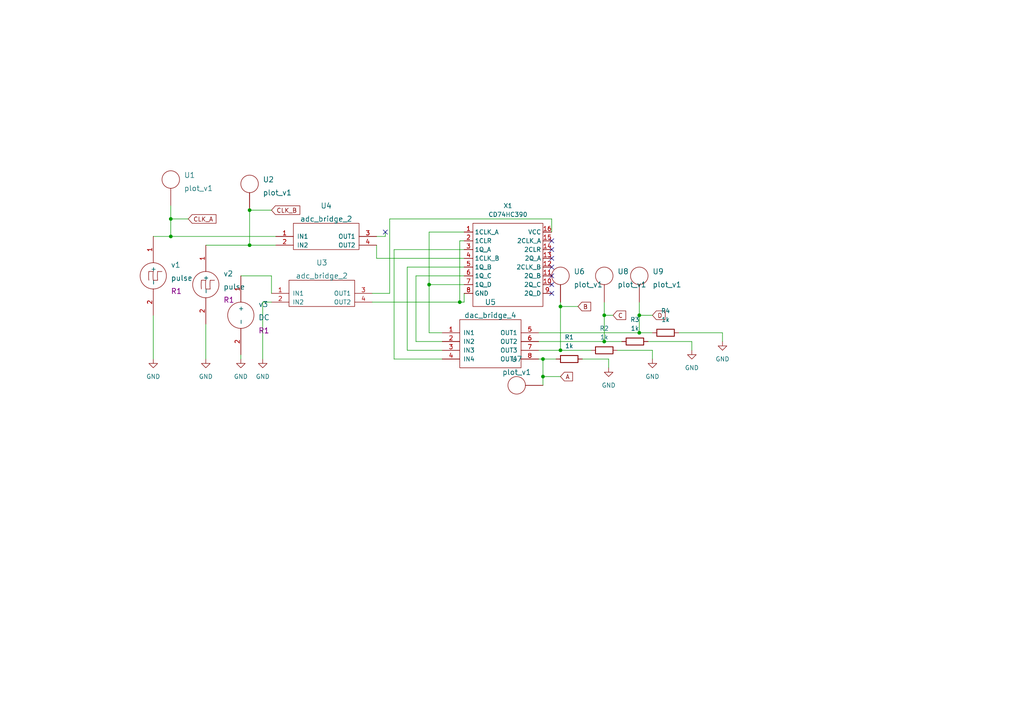
<source format=kicad_sch>
(kicad_sch (version 20211123) (generator eeschema)

  (uuid e37928ef-1683-41b0-b367-62835c326001)

  (paper "A4")

  (lib_symbols
    (symbol "eSim_Devices:resistor" (pin_numbers hide) (pin_names (offset 0)) (in_bom yes) (on_board yes)
      (property "Reference" "R" (id 0) (at 1.27 3.302 0)
        (effects (font (size 1.27 1.27)))
      )
      (property "Value" "resistor" (id 1) (at 1.27 -1.27 0)
        (effects (font (size 1.27 1.27)))
      )
      (property "Footprint" "" (id 2) (at 1.27 -0.508 0)
        (effects (font (size 0.762 0.762)))
      )
      (property "Datasheet" "" (id 3) (at 1.27 1.27 90)
        (effects (font (size 0.762 0.762)))
      )
      (property "ki_fp_filters" "R_* Resistor_*" (id 4) (at 0 0 0)
        (effects (font (size 1.27 1.27)) hide)
      )
      (symbol "resistor_0_1"
        (rectangle (start 3.81 0.254) (end -1.27 2.286)
          (stroke (width 0.254) (type default) (color 0 0 0 0))
          (fill (type none))
        )
      )
      (symbol "resistor_1_1"
        (pin passive line (at -2.54 1.27 0) (length 1.27)
          (name "~" (effects (font (size 1.524 1.524))))
          (number "1" (effects (font (size 1.524 1.524))))
        )
        (pin passive line (at 5.08 1.27 180) (length 1.27)
          (name "~" (effects (font (size 1.524 1.524))))
          (number "2" (effects (font (size 1.524 1.524))))
        )
      )
    )
    (symbol "eSim_Hybrid:adc_bridge_2" (pin_names (offset 1.016)) (in_bom yes) (on_board yes)
      (property "Reference" "U" (id 0) (at 0 0 0)
        (effects (font (size 1.524 1.524)))
      )
      (property "Value" "adc_bridge_2" (id 1) (at 0 3.81 0)
        (effects (font (size 1.524 1.524)))
      )
      (property "Footprint" "" (id 2) (at 0 0 0)
        (effects (font (size 1.524 1.524)))
      )
      (property "Datasheet" "" (id 3) (at 0 0 0)
        (effects (font (size 1.524 1.524)))
      )
      (symbol "adc_bridge_2_0_1"
        (rectangle (start -10.16 5.08) (end 8.89 -2.54)
          (stroke (width 0) (type default) (color 0 0 0 0))
          (fill (type none))
        )
      )
      (symbol "adc_bridge_2_1_1"
        (pin input line (at -15.24 1.27 0) (length 5.08)
          (name "IN1" (effects (font (size 1.27 1.27))))
          (number "1" (effects (font (size 1.27 1.27))))
        )
        (pin input line (at -15.24 -1.27 0) (length 5.08)
          (name "IN2" (effects (font (size 1.27 1.27))))
          (number "2" (effects (font (size 1.27 1.27))))
        )
        (pin output line (at 13.97 1.27 180) (length 5.08)
          (name "OUT1" (effects (font (size 1.27 1.27))))
          (number "3" (effects (font (size 1.27 1.27))))
        )
        (pin output line (at 13.97 -1.27 180) (length 5.08)
          (name "OUT2" (effects (font (size 1.27 1.27))))
          (number "4" (effects (font (size 1.27 1.27))))
        )
      )
    )
    (symbol "eSim_Hybrid:dac_bridge_4" (pin_names (offset 1.016)) (in_bom yes) (on_board yes)
      (property "Reference" "U" (id 0) (at 0 0 0)
        (effects (font (size 1.524 1.524)))
      )
      (property "Value" "dac_bridge_4" (id 1) (at 0 7.62 0)
        (effects (font (size 1.524 1.524)))
      )
      (property "Footprint" "" (id 2) (at 0 0 0)
        (effects (font (size 1.524 1.524)))
      )
      (property "Datasheet" "" (id 3) (at 0 0 0)
        (effects (font (size 1.524 1.524)))
      )
      (symbol "dac_bridge_4_0_1"
        (rectangle (start -8.89 8.89) (end 8.89 -5.08)
          (stroke (width 0) (type default) (color 0 0 0 0))
          (fill (type none))
        )
      )
      (symbol "dac_bridge_4_1_1"
        (pin input line (at -13.97 5.08 0) (length 5.08)
          (name "IN1" (effects (font (size 1.27 1.27))))
          (number "1" (effects (font (size 1.27 1.27))))
        )
        (pin input line (at -13.97 2.54 0) (length 5.08)
          (name "IN2" (effects (font (size 1.27 1.27))))
          (number "2" (effects (font (size 1.27 1.27))))
        )
        (pin input line (at -13.97 0 0) (length 5.08)
          (name "IN3" (effects (font (size 1.27 1.27))))
          (number "3" (effects (font (size 1.27 1.27))))
        )
        (pin input line (at -13.97 -2.54 0) (length 5.08)
          (name "IN4" (effects (font (size 1.27 1.27))))
          (number "4" (effects (font (size 1.27 1.27))))
        )
        (pin output line (at 13.97 5.08 180) (length 5.08)
          (name "OUT1" (effects (font (size 1.27 1.27))))
          (number "5" (effects (font (size 1.27 1.27))))
        )
        (pin output line (at 13.97 2.54 180) (length 5.08)
          (name "OUT2" (effects (font (size 1.27 1.27))))
          (number "6" (effects (font (size 1.27 1.27))))
        )
        (pin output line (at 13.97 0 180) (length 5.08)
          (name "OUT3" (effects (font (size 1.27 1.27))))
          (number "7" (effects (font (size 1.27 1.27))))
        )
        (pin output line (at 13.97 -2.54 180) (length 5.08)
          (name "OUT4" (effects (font (size 1.27 1.27))))
          (number "8" (effects (font (size 1.27 1.27))))
        )
      )
    )
    (symbol "eSim_Plot:plot_v1" (pin_names (offset 1.016)) (in_bom yes) (on_board yes)
      (property "Reference" "U" (id 0) (at 0 12.7 0)
        (effects (font (size 1.524 1.524)))
      )
      (property "Value" "plot_v1" (id 1) (at 5.08 8.89 0)
        (effects (font (size 1.524 1.524)))
      )
      (property "Footprint" "" (id 2) (at 0 0 0)
        (effects (font (size 1.524 1.524)))
      )
      (property "Datasheet" "" (id 3) (at 0 0 0)
        (effects (font (size 1.524 1.524)))
      )
      (symbol "plot_v1_0_1"
        (circle (center 0 12.7) (radius 2.54)
          (stroke (width 0) (type default) (color 0 0 0 0))
          (fill (type none))
        )
      )
      (symbol "plot_v1_1_1"
        (pin input line (at 0 5.08 90) (length 5.08)
          (name "~" (effects (font (size 1.27 1.27))))
          (number "~" (effects (font (size 1.27 1.27))))
        )
      )
    )
    (symbol "eSim_Power:eSim_GND" (power) (pin_names (offset 0)) (in_bom yes) (on_board yes)
      (property "Reference" "#PWR" (id 0) (at 0 -6.35 0)
        (effects (font (size 1.27 1.27)) hide)
      )
      (property "Value" "eSim_GND" (id 1) (at 0 -3.81 0)
        (effects (font (size 1.27 1.27)))
      )
      (property "Footprint" "" (id 2) (at 0 0 0)
        (effects (font (size 1.27 1.27)) hide)
      )
      (property "Datasheet" "" (id 3) (at 0 0 0)
        (effects (font (size 1.27 1.27)) hide)
      )
      (symbol "eSim_GND_0_1"
        (polyline
          (pts
            (xy 0 0)
            (xy 0 -1.27)
            (xy 1.27 -1.27)
            (xy 0 -2.54)
            (xy -1.27 -1.27)
            (xy 0 -1.27)
          )
          (stroke (width 0) (type default) (color 0 0 0 0))
          (fill (type none))
        )
      )
      (symbol "eSim_GND_1_1"
        (pin power_in line (at 0 0 270) (length 0) hide
          (name "GND" (effects (font (size 1.27 1.27))))
          (number "1" (effects (font (size 1.27 1.27))))
        )
      )
    )
    (symbol "eSim_Sources:DC" (pin_names (offset 1.016)) (in_bom yes) (on_board yes)
      (property "Reference" "v" (id 0) (at -5.08 2.54 0)
        (effects (font (size 1.524 1.524)))
      )
      (property "Value" "DC" (id 1) (at -5.08 -1.27 0)
        (effects (font (size 1.524 1.524)))
      )
      (property "Footprint" "R1" (id 2) (at -7.62 0 0)
        (effects (font (size 1.524 1.524)))
      )
      (property "Datasheet" "" (id 3) (at 0 0 0)
        (effects (font (size 1.524 1.524)))
      )
      (property "ki_fp_filters" "1_pin" (id 4) (at 0 0 0)
        (effects (font (size 1.27 1.27)) hide)
      )
      (symbol "DC_0_1"
        (circle (center 0 0) (radius 3.81)
          (stroke (width 0) (type default) (color 0 0 0 0))
          (fill (type none))
        )
      )
      (symbol "DC_1_1"
        (pin power_out line (at 0 11.43 270) (length 7.62)
          (name "+" (effects (font (size 1.27 1.27))))
          (number "1" (effects (font (size 1.27 1.27))))
        )
        (pin power_out line (at 0 -11.43 90) (length 7.62)
          (name "-" (effects (font (size 1.27 1.27))))
          (number "2" (effects (font (size 1.27 1.27))))
        )
      )
    )
    (symbol "eSim_Sources:pulse" (pin_names (offset 1.016)) (in_bom yes) (on_board yes)
      (property "Reference" "v" (id 0) (at -5.08 2.54 0)
        (effects (font (size 1.524 1.524)))
      )
      (property "Value" "pulse" (id 1) (at -5.08 -1.27 0)
        (effects (font (size 1.524 1.524)))
      )
      (property "Footprint" "R1" (id 2) (at -7.62 0 0)
        (effects (font (size 1.524 1.524)))
      )
      (property "Datasheet" "" (id 3) (at 0 0 0)
        (effects (font (size 1.524 1.524)))
      )
      (property "ki_fp_filters" "1_pin" (id 4) (at 0 0 0)
        (effects (font (size 1.27 1.27)) hide)
      )
      (symbol "pulse_0_1"
        (arc (start -1.27 1.27) (mid -1.3491 0) (end -1.27 -1.27)
          (stroke (width 0) (type default) (color 0 0 0 0))
          (fill (type none))
        )
        (arc (start 0 -1.27) (mid 0.635 -1.2876) (end 1.27 -1.27)
          (stroke (width 0) (type default) (color 0 0 0 0))
          (fill (type none))
        )
        (circle (center 0 0) (radius 3.81)
          (stroke (width 0) (type default) (color 0 0 0 0))
          (fill (type none))
        )
        (arc (start 0 1.27) (mid -0.635 1.2859) (end -1.27 1.27)
          (stroke (width 0) (type default) (color 0 0 0 0))
          (fill (type none))
        )
        (arc (start 0 1.27) (mid -0.0703 0) (end 0 -1.27)
          (stroke (width 0) (type default) (color 0 0 0 0))
          (fill (type none))
        )
        (arc (start 1.27 1.27) (mid 1.2124 0) (end 1.27 -1.27)
          (stroke (width 0) (type default) (color 0 0 0 0))
          (fill (type none))
        )
        (arc (start 1.27 1.27) (mid 1.905 1.2556) (end 2.54 1.27)
          (stroke (width 0) (type default) (color 0 0 0 0))
          (fill (type none))
        )
      )
      (symbol "pulse_1_1"
        (pin passive line (at 0 11.43 270) (length 7.62)
          (name "+" (effects (font (size 1.27 1.27))))
          (number "1" (effects (font (size 1.27 1.27))))
        )
        (pin passive line (at 0 -11.43 90) (length 7.62)
          (name "-" (effects (font (size 1.27 1.27))))
          (number "2" (effects (font (size 1.27 1.27))))
        )
      )
    )
    (symbol "eSim_Subckt:CD74HC390" (in_bom yes) (on_board yes)
      (property "Reference" "X" (id 0) (at 0 -15.24 0)
        (effects (font (size 1.27 1.27)))
      )
      (property "Value" "CD74HC390" (id 1) (at 0 13.97 0)
        (effects (font (size 1.27 1.27)))
      )
      (property "Footprint" "" (id 2) (at -5.08 0 0)
        (effects (font (size 1.27 1.27)) hide)
      )
      (property "Datasheet" "" (id 3) (at -5.08 0 0)
        (effects (font (size 1.27 1.27)) hide)
      )
      (symbol "CD74HC390_0_1"
        (rectangle (start -10.16 11.43) (end 10.16 -12.7)
          (stroke (width 0) (type default) (color 0 0 0 0))
          (fill (type none))
        )
      )
      (symbol "CD74HC390_1_1"
        (pin input line (at -12.7 8.89 0) (length 2.54)
          (name "1CLK_A" (effects (font (size 1.27 1.27))))
          (number "1" (effects (font (size 1.27 1.27))))
        )
        (pin output line (at 12.7 -6.35 180) (length 2.54)
          (name "2Q_C" (effects (font (size 1.27 1.27))))
          (number "10" (effects (font (size 1.27 1.27))))
        )
        (pin output line (at 12.7 -3.81 180) (length 2.54)
          (name "2Q_B" (effects (font (size 1.27 1.27))))
          (number "11" (effects (font (size 1.27 1.27))))
        )
        (pin input line (at 12.7 -1.27 180) (length 2.54)
          (name "2CLK_B" (effects (font (size 1.27 1.27))))
          (number "12" (effects (font (size 1.27 1.27))))
        )
        (pin output line (at 12.7 1.27 180) (length 2.54)
          (name "2Q_A" (effects (font (size 1.27 1.27))))
          (number "13" (effects (font (size 1.27 1.27))))
        )
        (pin input line (at 12.7 3.81 180) (length 2.54)
          (name "2CLR" (effects (font (size 1.27 1.27))))
          (number "14" (effects (font (size 1.27 1.27))))
        )
        (pin input line (at 12.7 6.35 180) (length 2.54)
          (name "2CLK_A" (effects (font (size 1.27 1.27))))
          (number "15" (effects (font (size 1.27 1.27))))
        )
        (pin input line (at 12.7 8.89 180) (length 2.54)
          (name "VCC" (effects (font (size 1.27 1.27))))
          (number "16" (effects (font (size 1.27 1.27))))
        )
        (pin input line (at -12.7 6.35 0) (length 2.54)
          (name "1CLR" (effects (font (size 1.27 1.27))))
          (number "2" (effects (font (size 1.27 1.27))))
        )
        (pin output line (at -12.7 3.81 0) (length 2.54)
          (name "1Q_A" (effects (font (size 1.27 1.27))))
          (number "3" (effects (font (size 1.27 1.27))))
        )
        (pin input line (at -12.7 1.27 0) (length 2.54)
          (name "1CLK_B" (effects (font (size 1.27 1.27))))
          (number "4" (effects (font (size 1.27 1.27))))
        )
        (pin output line (at -12.7 -1.27 0) (length 2.54)
          (name "1Q_B" (effects (font (size 1.27 1.27))))
          (number "5" (effects (font (size 1.27 1.27))))
        )
        (pin output line (at -12.7 -3.81 0) (length 2.54)
          (name "1Q_C" (effects (font (size 1.27 1.27))))
          (number "6" (effects (font (size 1.27 1.27))))
        )
        (pin output line (at -12.7 -6.35 0) (length 2.54)
          (name "1Q_D" (effects (font (size 1.27 1.27))))
          (number "7" (effects (font (size 1.27 1.27))))
        )
        (pin input line (at -12.7 -8.89 0) (length 2.54)
          (name "GND" (effects (font (size 1.27 1.27))))
          (number "8" (effects (font (size 1.27 1.27))))
        )
        (pin output line (at 12.7 -8.89 180) (length 2.54)
          (name "2Q_D" (effects (font (size 1.27 1.27))))
          (number "9" (effects (font (size 1.27 1.27))))
        )
      )
    )
  )

  (junction (at 185.42 91.44) (diameter 0) (color 0 0 0 0)
    (uuid 0284d131-736f-4839-8b6b-b91a5c655b6c)
  )
  (junction (at 49.53 68.58) (diameter 0) (color 0 0 0 0)
    (uuid 0cceaef2-f3a6-4766-b2ca-315fdfbb6f9a)
  )
  (junction (at 49.53 63.5) (diameter 0) (color 0 0 0 0)
    (uuid 184fded9-9778-4d7f-ba3e-add8c268461c)
  )
  (junction (at 157.48 109.22) (diameter 0) (color 0 0 0 0)
    (uuid 26c02fa0-0512-45af-bfbc-32fbead33aaf)
  )
  (junction (at 185.42 96.52) (diameter 0) (color 0 0 0 0)
    (uuid 2a88264a-ddaf-4739-a738-77664c841db1)
  )
  (junction (at 175.26 91.44) (diameter 0) (color 0 0 0 0)
    (uuid 32650415-2757-414c-a1ce-2e82e5243998)
  )
  (junction (at 157.48 104.14) (diameter 0) (color 0 0 0 0)
    (uuid 3e5b7867-9468-4c07-bdc6-e2b65fb7998d)
  )
  (junction (at 162.56 88.9) (diameter 0) (color 0 0 0 0)
    (uuid 754b3bae-d806-4d2f-8018-c5c41938dbf0)
  )
  (junction (at 175.26 99.06) (diameter 0) (color 0 0 0 0)
    (uuid 91df9b07-a59d-432c-8fb1-99683ea1c275)
  )
  (junction (at 72.39 71.12) (diameter 0) (color 0 0 0 0)
    (uuid 951799b7-2af2-41eb-b150-263aceb2c9a8)
  )
  (junction (at 72.39 60.96) (diameter 0) (color 0 0 0 0)
    (uuid 9d747941-552a-4755-8298-657cf7e3fca1)
  )
  (junction (at 133.35 87.63) (diameter 0) (color 0 0 0 0)
    (uuid a347cbb6-1270-4d81-8125-2a3594554e2c)
  )
  (junction (at 124.46 82.55) (diameter 0) (color 0 0 0 0)
    (uuid b704c75c-67c8-4b31-94a9-4e81bb8877d1)
  )
  (junction (at 162.56 101.6) (diameter 0) (color 0 0 0 0)
    (uuid fd7c7980-e422-44d8-a604-74d35b157e2b)
  )

  (no_connect (at 160.02 74.93) (uuid 121be21b-14a8-4179-baa1-576865baf59c))
  (no_connect (at 111.76 67.31) (uuid 3ca93cfd-e606-4b8a-9341-00b46a597253))
  (no_connect (at 160.02 72.39) (uuid 6f7a8b28-4ab5-4848-8177-b5a250ef3066))
  (no_connect (at 160.02 77.47) (uuid 89a4c3a3-0289-442b-b893-25d098b7dffc))
  (no_connect (at 160.02 69.85) (uuid b259978c-3ade-4447-a69b-a78c9e35b5ea))
  (no_connect (at 160.02 85.09) (uuid de938f43-68a0-4792-a9bd-c26685449f6f))
  (no_connect (at 160.02 82.55) (uuid e958f675-234f-48e0-b91c-12a8a2481901))
  (no_connect (at 160.02 80.01) (uuid f4b53bd9-24a2-4f27-b106-d9ac419e3bf2))

  (wire (pts (xy 185.42 91.44) (xy 185.42 96.52))
    (stroke (width 0) (type default) (color 0 0 0 0))
    (uuid 0635e73c-c1f4-4284-9f29-70c8eec977cd)
  )
  (wire (pts (xy 59.69 93.98) (xy 59.69 104.14))
    (stroke (width 0) (type default) (color 0 0 0 0))
    (uuid 0b0f9d38-feff-4a61-8428-000b9a23d9f6)
  )
  (wire (pts (xy 107.95 87.63) (xy 133.35 87.63))
    (stroke (width 0) (type default) (color 0 0 0 0))
    (uuid 0f65a5c5-5229-4f60-9345-e0dab1898253)
  )
  (wire (pts (xy 134.62 67.31) (xy 124.46 67.31))
    (stroke (width 0) (type default) (color 0 0 0 0))
    (uuid 129e3e34-20d2-4fc1-a3b9-2600d723bc20)
  )
  (wire (pts (xy 118.11 101.6) (xy 128.27 101.6))
    (stroke (width 0) (type default) (color 0 0 0 0))
    (uuid 186a78d4-65c7-4bae-a4c2-426898470994)
  )
  (wire (pts (xy 134.62 87.63) (xy 134.62 85.09))
    (stroke (width 0) (type default) (color 0 0 0 0))
    (uuid 26c4ef0c-599d-42ca-984f-2ba6120f2865)
  )
  (wire (pts (xy 120.65 80.01) (xy 120.65 99.06))
    (stroke (width 0) (type default) (color 0 0 0 0))
    (uuid 26f29010-77cb-49c1-8d12-03e519176478)
  )
  (wire (pts (xy 44.45 68.58) (xy 49.53 68.58))
    (stroke (width 0) (type default) (color 0 0 0 0))
    (uuid 297ab08d-bf16-4a13-9544-ce7ee52c3e01)
  )
  (wire (pts (xy 118.11 77.47) (xy 118.11 101.6))
    (stroke (width 0) (type default) (color 0 0 0 0))
    (uuid 29f815c3-27a8-410d-b716-6f654f307316)
  )
  (wire (pts (xy 107.95 85.09) (xy 113.03 85.09))
    (stroke (width 0) (type default) (color 0 0 0 0))
    (uuid 2d9a0f28-6a9a-4275-91b3-f466c8ab006e)
  )
  (wire (pts (xy 109.22 74.93) (xy 134.62 74.93))
    (stroke (width 0) (type default) (color 0 0 0 0))
    (uuid 2e4bcd1d-a146-4705-9f0f-e6730f30e026)
  )
  (wire (pts (xy 134.62 72.39) (xy 114.3 72.39))
    (stroke (width 0) (type default) (color 0 0 0 0))
    (uuid 37064f59-b223-4cd4-a439-b991f78f33cf)
  )
  (wire (pts (xy 175.26 87.63) (xy 175.26 91.44))
    (stroke (width 0) (type default) (color 0 0 0 0))
    (uuid 39eee42c-6316-4753-bfde-10c93311e8f5)
  )
  (wire (pts (xy 78.74 87.63) (xy 76.2 87.63))
    (stroke (width 0) (type default) (color 0 0 0 0))
    (uuid 3b44ae9c-9b79-4a00-b876-15a44a6dbb8c)
  )
  (wire (pts (xy 179.07 101.6) (xy 189.23 101.6))
    (stroke (width 0) (type default) (color 0 0 0 0))
    (uuid 3d1974d4-323b-4e62-bf74-7a0f95d8d8d3)
  )
  (wire (pts (xy 113.03 85.09) (xy 113.03 63.5))
    (stroke (width 0) (type default) (color 0 0 0 0))
    (uuid 44461c24-7991-4d74-a99c-902e76d9257f)
  )
  (wire (pts (xy 157.48 104.14) (xy 161.29 104.14))
    (stroke (width 0) (type default) (color 0 0 0 0))
    (uuid 458f2a70-edfc-46ac-b4ef-6b0617252961)
  )
  (wire (pts (xy 156.21 96.52) (xy 185.42 96.52))
    (stroke (width 0) (type default) (color 0 0 0 0))
    (uuid 466290b7-7af2-46d1-ab50-24acf8273bcd)
  )
  (wire (pts (xy 196.85 96.52) (xy 209.55 96.52))
    (stroke (width 0) (type default) (color 0 0 0 0))
    (uuid 49b62388-dd3d-415d-b172-1df4ed6b4dda)
  )
  (wire (pts (xy 187.96 99.06) (xy 200.66 99.06))
    (stroke (width 0) (type default) (color 0 0 0 0))
    (uuid 5438bf54-6aee-40ee-b614-016111e36637)
  )
  (wire (pts (xy 76.2 87.63) (xy 76.2 104.14))
    (stroke (width 0) (type default) (color 0 0 0 0))
    (uuid 55fc7fa7-ece4-4bbb-8800-47e00dd5a032)
  )
  (wire (pts (xy 156.21 101.6) (xy 162.56 101.6))
    (stroke (width 0) (type default) (color 0 0 0 0))
    (uuid 593dc64b-d1f4-450b-9390-5b24163387c7)
  )
  (wire (pts (xy 49.53 63.5) (xy 49.53 68.58))
    (stroke (width 0) (type default) (color 0 0 0 0))
    (uuid 598fc61a-b9b1-49d4-ab04-e9e0c598090b)
  )
  (wire (pts (xy 133.35 87.63) (xy 134.62 87.63))
    (stroke (width 0) (type default) (color 0 0 0 0))
    (uuid 5af6a105-621b-4b55-bd62-fbc79d51b42e)
  )
  (wire (pts (xy 69.85 80.01) (xy 78.74 80.01))
    (stroke (width 0) (type default) (color 0 0 0 0))
    (uuid 5fbf4595-e682-4369-b826-66d65ec7033f)
  )
  (wire (pts (xy 120.65 99.06) (xy 128.27 99.06))
    (stroke (width 0) (type default) (color 0 0 0 0))
    (uuid 61c7a8fd-5fa4-4b57-a769-32a3e3b2a619)
  )
  (wire (pts (xy 185.42 96.52) (xy 189.23 96.52))
    (stroke (width 0) (type default) (color 0 0 0 0))
    (uuid 6422a5e3-c95c-47b0-863f-f9090a24a7cb)
  )
  (wire (pts (xy 69.85 102.87) (xy 69.85 104.14))
    (stroke (width 0) (type default) (color 0 0 0 0))
    (uuid 6879af03-182c-4931-9488-3add4af3cae1)
  )
  (wire (pts (xy 177.8 91.44) (xy 175.26 91.44))
    (stroke (width 0) (type default) (color 0 0 0 0))
    (uuid 6aa62425-e813-44b3-b473-7e65c4eb54d8)
  )
  (wire (pts (xy 162.56 88.9) (xy 162.56 101.6))
    (stroke (width 0) (type default) (color 0 0 0 0))
    (uuid 7014b054-2adc-4e18-a528-9dccfffcc198)
  )
  (wire (pts (xy 189.23 101.6) (xy 189.23 104.14))
    (stroke (width 0) (type default) (color 0 0 0 0))
    (uuid 73794f11-e89c-457e-8a68-c558546a5da9)
  )
  (wire (pts (xy 175.26 99.06) (xy 180.34 99.06))
    (stroke (width 0) (type default) (color 0 0 0 0))
    (uuid 73b514eb-b340-457d-b38c-a5620db26b02)
  )
  (wire (pts (xy 157.48 109.22) (xy 157.48 111.76))
    (stroke (width 0) (type default) (color 0 0 0 0))
    (uuid 754627a6-62a4-4c22-95bd-f86195064d7c)
  )
  (wire (pts (xy 134.62 69.85) (xy 133.35 69.85))
    (stroke (width 0) (type default) (color 0 0 0 0))
    (uuid 764e4057-b472-44f7-8d1f-1df019900a5a)
  )
  (wire (pts (xy 134.62 77.47) (xy 118.11 77.47))
    (stroke (width 0) (type default) (color 0 0 0 0))
    (uuid 77d9567c-162d-4b30-a4e6-28991e209429)
  )
  (wire (pts (xy 157.48 109.22) (xy 162.56 109.22))
    (stroke (width 0) (type default) (color 0 0 0 0))
    (uuid 7b468117-cff1-4d50-85d1-3efc1dafa817)
  )
  (wire (pts (xy 72.39 71.12) (xy 80.01 71.12))
    (stroke (width 0) (type default) (color 0 0 0 0))
    (uuid 7c44f1a6-9b4a-4982-a7e3-ec7d476afd47)
  )
  (wire (pts (xy 176.53 104.14) (xy 176.53 106.68))
    (stroke (width 0) (type default) (color 0 0 0 0))
    (uuid 7eda95c3-6043-4afd-a1fb-4e1ee69161ae)
  )
  (wire (pts (xy 156.21 104.14) (xy 157.48 104.14))
    (stroke (width 0) (type default) (color 0 0 0 0))
    (uuid 84b9406d-2e12-47d2-9865-3db074d52b91)
  )
  (wire (pts (xy 124.46 96.52) (xy 128.27 96.52))
    (stroke (width 0) (type default) (color 0 0 0 0))
    (uuid 84e1a2b1-f2cb-4093-bb09-722c28448615)
  )
  (wire (pts (xy 49.53 59.69) (xy 49.53 63.5))
    (stroke (width 0) (type default) (color 0 0 0 0))
    (uuid 862b959d-52df-4ddf-a081-97decc428c86)
  )
  (wire (pts (xy 124.46 67.31) (xy 124.46 82.55))
    (stroke (width 0) (type default) (color 0 0 0 0))
    (uuid 8ced3f6c-d8e9-469a-9cdb-aaa7307765ae)
  )
  (wire (pts (xy 160.02 63.5) (xy 160.02 67.31))
    (stroke (width 0) (type default) (color 0 0 0 0))
    (uuid 99cd62f5-9b9d-4ba0-a94f-b3e889f093f8)
  )
  (wire (pts (xy 134.62 80.01) (xy 120.65 80.01))
    (stroke (width 0) (type default) (color 0 0 0 0))
    (uuid 9ba06f12-e33c-4e6d-aedb-0b8690c3a750)
  )
  (wire (pts (xy 156.21 99.06) (xy 175.26 99.06))
    (stroke (width 0) (type default) (color 0 0 0 0))
    (uuid a45009ea-aaa9-47e8-a84f-80a0a9126949)
  )
  (wire (pts (xy 114.3 72.39) (xy 114.3 104.14))
    (stroke (width 0) (type default) (color 0 0 0 0))
    (uuid a4f83df5-c3e6-482f-974f-c2a4ebf34de6)
  )
  (wire (pts (xy 133.35 69.85) (xy 133.35 87.63))
    (stroke (width 0) (type default) (color 0 0 0 0))
    (uuid a68b5c95-61d6-478b-89c6-d91f020d8d30)
  )
  (wire (pts (xy 114.3 104.14) (xy 128.27 104.14))
    (stroke (width 0) (type default) (color 0 0 0 0))
    (uuid a83e4cd4-7d8d-4a6a-bab5-2dd8f369402e)
  )
  (wire (pts (xy 175.26 91.44) (xy 175.26 99.06))
    (stroke (width 0) (type default) (color 0 0 0 0))
    (uuid ac9079ef-4dff-49a4-8e5f-90648f17fb5c)
  )
  (wire (pts (xy 109.22 71.12) (xy 109.22 74.93))
    (stroke (width 0) (type default) (color 0 0 0 0))
    (uuid b33c47d3-3a67-4c5f-9156-9804c202047e)
  )
  (wire (pts (xy 49.53 68.58) (xy 80.01 68.58))
    (stroke (width 0) (type default) (color 0 0 0 0))
    (uuid b58818f4-03e2-4ddf-8071-e894faabdd62)
  )
  (wire (pts (xy 162.56 88.9) (xy 167.64 88.9))
    (stroke (width 0) (type default) (color 0 0 0 0))
    (uuid c0a3f467-4bb2-4e5f-9ed3-77653f4440c8)
  )
  (wire (pts (xy 168.91 104.14) (xy 176.53 104.14))
    (stroke (width 0) (type default) (color 0 0 0 0))
    (uuid c33e11f0-8df8-4ed7-a994-444e56d8ba41)
  )
  (wire (pts (xy 134.62 82.55) (xy 124.46 82.55))
    (stroke (width 0) (type default) (color 0 0 0 0))
    (uuid c3410eca-ec67-4bb3-a4f9-81d7cca7a9b2)
  )
  (wire (pts (xy 157.48 104.14) (xy 157.48 109.22))
    (stroke (width 0) (type default) (color 0 0 0 0))
    (uuid c5a2ae1c-d8f1-453a-ad7d-2f7bd55684ec)
  )
  (wire (pts (xy 111.76 68.58) (xy 111.76 67.31))
    (stroke (width 0) (type default) (color 0 0 0 0))
    (uuid c93053c1-d19f-4909-970e-72ee6d8c4289)
  )
  (wire (pts (xy 72.39 60.96) (xy 72.39 71.12))
    (stroke (width 0) (type default) (color 0 0 0 0))
    (uuid d0111801-e3d1-4cbf-b01d-d95979517523)
  )
  (wire (pts (xy 162.56 87.63) (xy 162.56 88.9))
    (stroke (width 0) (type default) (color 0 0 0 0))
    (uuid d174c6fd-40c7-4f9d-b525-047724c432d3)
  )
  (wire (pts (xy 49.53 63.5) (xy 54.61 63.5))
    (stroke (width 0) (type default) (color 0 0 0 0))
    (uuid d1f94bfe-13c8-4dca-af81-3a551fa7f884)
  )
  (wire (pts (xy 44.45 91.44) (xy 44.45 104.14))
    (stroke (width 0) (type default) (color 0 0 0 0))
    (uuid d2ec07d7-980a-4c84-9cc6-37de8f1ae0ab)
  )
  (wire (pts (xy 59.69 71.12) (xy 72.39 71.12))
    (stroke (width 0) (type default) (color 0 0 0 0))
    (uuid d3773fa1-d861-46e9-a19f-d8c4763a0572)
  )
  (wire (pts (xy 185.42 87.63) (xy 185.42 91.44))
    (stroke (width 0) (type default) (color 0 0 0 0))
    (uuid d5da1ff1-2014-4a20-926f-726a94ab8097)
  )
  (wire (pts (xy 78.74 80.01) (xy 78.74 85.09))
    (stroke (width 0) (type default) (color 0 0 0 0))
    (uuid dfc8d7cb-88d9-4e4b-9157-39cdd4881384)
  )
  (wire (pts (xy 113.03 63.5) (xy 160.02 63.5))
    (stroke (width 0) (type default) (color 0 0 0 0))
    (uuid e47fd2de-ff6e-4713-a5dc-aa59014e6cdb)
  )
  (wire (pts (xy 185.42 91.44) (xy 189.23 91.44))
    (stroke (width 0) (type default) (color 0 0 0 0))
    (uuid e7d5d067-6f3c-45e3-9e0a-5c92a221f7eb)
  )
  (wire (pts (xy 78.74 60.96) (xy 72.39 60.96))
    (stroke (width 0) (type default) (color 0 0 0 0))
    (uuid e7e1a0d3-5a9f-4655-a371-79a6541f849b)
  )
  (wire (pts (xy 209.55 96.52) (xy 209.55 99.06))
    (stroke (width 0) (type default) (color 0 0 0 0))
    (uuid eac213f9-d00b-4b81-a9af-28e7fff31ec6)
  )
  (wire (pts (xy 124.46 82.55) (xy 124.46 96.52))
    (stroke (width 0) (type default) (color 0 0 0 0))
    (uuid ece53033-05df-490d-91b7-cd68af2b3114)
  )
  (wire (pts (xy 200.66 99.06) (xy 200.66 101.6))
    (stroke (width 0) (type default) (color 0 0 0 0))
    (uuid eddc2939-5bcd-45fc-912e-a76cab6d3cc9)
  )
  (wire (pts (xy 109.22 68.58) (xy 111.76 68.58))
    (stroke (width 0) (type default) (color 0 0 0 0))
    (uuid f2d532f7-8fdd-429a-ba3a-d1714abcf8aa)
  )
  (wire (pts (xy 162.56 101.6) (xy 171.45 101.6))
    (stroke (width 0) (type default) (color 0 0 0 0))
    (uuid f8339c17-ad03-43b9-b808-54a5aa5da8be)
  )

  (global_label "CLK_B" (shape input) (at 78.74 60.96 0) (fields_autoplaced)
    (effects (font (size 1.27 1.27)) (justify left))
    (uuid 1912cc13-588c-4516-9d44-d21eb8545265)
    (property "Intersheet References" "${INTERSHEET_REFS}" (id 0) (at 86.9588 60.8806 0)
      (effects (font (size 1.27 1.27)) (justify left) hide)
    )
  )
  (global_label "B" (shape input) (at 167.64 88.9 0) (fields_autoplaced)
    (effects (font (size 1.27 1.27)) (justify left))
    (uuid 52d91637-84e2-4ef8-ba90-da650ee81d71)
    (property "Intersheet References" "${INTERSHEET_REFS}" (id 0) (at 171.3231 88.8206 0)
      (effects (font (size 1.27 1.27)) (justify left) hide)
    )
  )
  (global_label "CLK_A" (shape input) (at 54.61 63.5 0) (fields_autoplaced)
    (effects (font (size 1.27 1.27)) (justify left))
    (uuid 6ca79d03-9e67-4b06-a5fc-8c02c5847d59)
    (property "Intersheet References" "${INTERSHEET_REFS}" (id 0) (at 62.6474 63.4206 0)
      (effects (font (size 1.27 1.27)) (justify left) hide)
    )
  )
  (global_label "C" (shape input) (at 177.8 91.44 0) (fields_autoplaced)
    (effects (font (size 1.27 1.27)) (justify left))
    (uuid acb35956-9e61-4295-a83e-5e2b4db0b7de)
    (property "Intersheet References" "${INTERSHEET_REFS}" (id 0) (at 181.4831 91.3606 0)
      (effects (font (size 1.27 1.27)) (justify left) hide)
    )
  )
  (global_label "D" (shape input) (at 189.23 91.44 0) (fields_autoplaced)
    (effects (font (size 1.27 1.27)) (justify left))
    (uuid b1374f6f-2b42-4c51-93b9-a48ff4afbe31)
    (property "Intersheet References" "${INTERSHEET_REFS}" (id 0) (at 192.9131 91.3606 0)
      (effects (font (size 1.27 1.27)) (justify left) hide)
    )
  )
  (global_label "A" (shape input) (at 162.56 109.22 0) (fields_autoplaced)
    (effects (font (size 1.27 1.27)) (justify left))
    (uuid d0effb15-1456-42ec-bed5-273fecd7581d)
    (property "Intersheet References" "${INTERSHEET_REFS}" (id 0) (at 166.0617 109.1406 0)
      (effects (font (size 1.27 1.27)) (justify left) hide)
    )
  )

  (symbol (lib_id "eSim_Devices:resistor") (at 191.77 97.79 0) (unit 1)
    (in_bom yes) (on_board yes) (fields_autoplaced)
    (uuid 020162a9-43e2-47dd-b815-72ff225a119b)
    (property "Reference" "R4" (id 0) (at 193.04 90.17 0))
    (property "Value" "1k" (id 1) (at 193.04 92.71 0))
    (property "Footprint" "" (id 2) (at 193.04 98.298 0)
      (effects (font (size 0.762 0.762)))
    )
    (property "Datasheet" "" (id 3) (at 193.04 96.52 90)
      (effects (font (size 0.762 0.762)))
    )
    (pin "1" (uuid e6d2b6d9-7100-475c-bcad-8bf0423b329f))
    (pin "2" (uuid dbb1cb93-dfef-4199-9228-6660200d4e0f))
  )

  (symbol (lib_id "eSim_Sources:DC") (at 69.85 91.44 0) (unit 1)
    (in_bom yes) (on_board yes) (fields_autoplaced)
    (uuid 0de316a5-6242-485b-a3ac-9dbfdf3fd937)
    (property "Reference" "v3" (id 0) (at 74.93 88.265 0)
      (effects (font (size 1.524 1.524)) (justify left))
    )
    (property "Value" "DC" (id 1) (at 74.93 92.075 0)
      (effects (font (size 1.524 1.524)) (justify left))
    )
    (property "Footprint" "R1" (id 2) (at 74.93 95.885 0)
      (effects (font (size 1.524 1.524)) (justify left))
    )
    (property "Datasheet" "" (id 3) (at 69.85 91.44 0)
      (effects (font (size 1.524 1.524)))
    )
    (pin "1" (uuid 8ac2f130-a611-46a3-b9ba-b7ab22ae355c))
    (pin "2" (uuid 1b5863be-97c0-4270-909e-4305b2206a25))
  )

  (symbol (lib_id "eSim_Power:eSim_GND") (at 69.85 104.14 0) (unit 1)
    (in_bom yes) (on_board yes) (fields_autoplaced)
    (uuid 11fab9d8-0e22-4183-b719-6264efa678d9)
    (property "Reference" "#PWR03" (id 0) (at 69.85 110.49 0)
      (effects (font (size 1.27 1.27)) hide)
    )
    (property "Value" "eSim_GND" (id 1) (at 69.85 109.22 0))
    (property "Footprint" "" (id 2) (at 69.85 104.14 0)
      (effects (font (size 1.27 1.27)) hide)
    )
    (property "Datasheet" "" (id 3) (at 69.85 104.14 0)
      (effects (font (size 1.27 1.27)) hide)
    )
    (pin "1" (uuid 0b451038-1294-4f3c-8c80-f8bbee3ba51c))
  )

  (symbol (lib_id "eSim_Subckt:CD74HC390") (at 147.32 76.2 0) (unit 1)
    (in_bom yes) (on_board yes) (fields_autoplaced)
    (uuid 186b4a31-2648-4782-92a2-c4790c3a0a02)
    (property "Reference" "X1" (id 0) (at 147.32 59.69 0))
    (property "Value" "CD74HC390" (id 1) (at 147.32 62.23 0))
    (property "Footprint" "" (id 2) (at 142.24 76.2 0)
      (effects (font (size 1.27 1.27)) hide)
    )
    (property "Datasheet" "" (id 3) (at 142.24 76.2 0)
      (effects (font (size 1.27 1.27)) hide)
    )
    (pin "1" (uuid 891b9995-6f26-4eb9-a2d4-6a33bb24aeb4))
    (pin "10" (uuid ca18731c-49f4-4b8a-8c4f-58ca321bc00c))
    (pin "11" (uuid d1c359d3-268c-426f-bda4-9df1052aaa1c))
    (pin "12" (uuid c2aab993-c4c1-41cc-8101-e53ecdae4e00))
    (pin "13" (uuid 31da0161-c8fb-4d26-9cce-6df86224c5cf))
    (pin "14" (uuid 47b2570b-aba4-412f-b366-10d1df975cf5))
    (pin "15" (uuid 6159d700-6418-4d68-a6eb-9fc60c79a0a1))
    (pin "16" (uuid bd90dbac-d1ee-4147-be69-897b1c1c4178))
    (pin "2" (uuid 710a776c-f7f3-4ed3-a21f-59b4767b691b))
    (pin "3" (uuid 37b79b28-bb53-426b-adde-d3eae4a96148))
    (pin "4" (uuid aa24ae00-70d3-49eb-bd53-cc668913d4bb))
    (pin "5" (uuid 1234fe4e-5c00-4de6-9d74-32ad552f2bd5))
    (pin "6" (uuid e88758ae-47b9-4258-a3a7-c8c8228f7afb))
    (pin "7" (uuid 210b3cbe-ea5d-4769-9847-70615054ed86))
    (pin "8" (uuid 16a728bc-df05-47ba-9e45-6fc867445815))
    (pin "9" (uuid 0769e831-fbbc-42c0-a9e9-17ba68a59665))
  )

  (symbol (lib_id "eSim_Plot:plot_v1") (at 185.42 92.71 0) (unit 1)
    (in_bom yes) (on_board yes) (fields_autoplaced)
    (uuid 1a33ee2e-ecca-4e59-ba6c-cb937f8443d3)
    (property "Reference" "U9" (id 0) (at 189.23 78.74 0)
      (effects (font (size 1.524 1.524)) (justify left))
    )
    (property "Value" "plot_v1" (id 1) (at 189.23 82.55 0)
      (effects (font (size 1.524 1.524)) (justify left))
    )
    (property "Footprint" "" (id 2) (at 185.42 92.71 0)
      (effects (font (size 1.524 1.524)))
    )
    (property "Datasheet" "" (id 3) (at 185.42 92.71 0)
      (effects (font (size 1.524 1.524)))
    )
    (pin "~" (uuid 34b0ce09-9ec1-4c30-baf1-18d674e8c1fc))
  )

  (symbol (lib_id "eSim_Power:eSim_GND") (at 200.66 101.6 0) (unit 1)
    (in_bom yes) (on_board yes) (fields_autoplaced)
    (uuid 1ae0d1fc-076b-4621-b28d-73c410ed8dba)
    (property "Reference" "#PWR07" (id 0) (at 200.66 107.95 0)
      (effects (font (size 1.27 1.27)) hide)
    )
    (property "Value" "eSim_GND" (id 1) (at 200.66 106.68 0))
    (property "Footprint" "" (id 2) (at 200.66 101.6 0)
      (effects (font (size 1.27 1.27)) hide)
    )
    (property "Datasheet" "" (id 3) (at 200.66 101.6 0)
      (effects (font (size 1.27 1.27)) hide)
    )
    (pin "1" (uuid e2d55d7d-9899-4f68-8693-1f143cd3396d))
  )

  (symbol (lib_id "eSim_Hybrid:adc_bridge_2") (at 95.25 69.85 0) (unit 1)
    (in_bom yes) (on_board yes) (fields_autoplaced)
    (uuid 242a460c-f15b-45ea-925d-40a5475a5d9b)
    (property "Reference" "U4" (id 0) (at 94.615 59.69 0)
      (effects (font (size 1.524 1.524)))
    )
    (property "Value" "adc_bridge_2" (id 1) (at 94.615 63.5 0)
      (effects (font (size 1.524 1.524)))
    )
    (property "Footprint" "" (id 2) (at 95.25 69.85 0)
      (effects (font (size 1.524 1.524)))
    )
    (property "Datasheet" "" (id 3) (at 95.25 69.85 0)
      (effects (font (size 1.524 1.524)))
    )
    (pin "1" (uuid 392d9473-f832-4f2f-a9ad-65f75f7fc307))
    (pin "2" (uuid ea6a5702-5a24-414e-9be6-a290bb66fc36))
    (pin "3" (uuid 116b4885-ab11-447b-ad37-0922c67cc264))
    (pin "4" (uuid 81016f0b-c7e1-4947-8fe9-6411031976b5))
  )

  (symbol (lib_id "eSim_Plot:plot_v1") (at 72.39 66.04 0) (unit 1)
    (in_bom yes) (on_board yes) (fields_autoplaced)
    (uuid 3486c1d8-8c0d-4802-97b2-78e8f9f0ca64)
    (property "Reference" "U2" (id 0) (at 76.2 52.07 0)
      (effects (font (size 1.524 1.524)) (justify left))
    )
    (property "Value" "plot_v1" (id 1) (at 76.2 55.88 0)
      (effects (font (size 1.524 1.524)) (justify left))
    )
    (property "Footprint" "" (id 2) (at 72.39 66.04 0)
      (effects (font (size 1.524 1.524)))
    )
    (property "Datasheet" "" (id 3) (at 72.39 66.04 0)
      (effects (font (size 1.524 1.524)))
    )
    (pin "~" (uuid 4ef3c9df-74f0-4616-8015-d5c906fd17f2))
  )

  (symbol (lib_id "eSim_Power:eSim_GND") (at 59.69 104.14 0) (unit 1)
    (in_bom yes) (on_board yes) (fields_autoplaced)
    (uuid 412f5f2e-3b59-4ff2-b59b-af42e9183576)
    (property "Reference" "#PWR02" (id 0) (at 59.69 110.49 0)
      (effects (font (size 1.27 1.27)) hide)
    )
    (property "Value" "eSim_GND" (id 1) (at 59.69 109.22 0))
    (property "Footprint" "" (id 2) (at 59.69 104.14 0)
      (effects (font (size 1.27 1.27)) hide)
    )
    (property "Datasheet" "" (id 3) (at 59.69 104.14 0)
      (effects (font (size 1.27 1.27)) hide)
    )
    (pin "1" (uuid 465e2cc9-3aeb-473c-9ed4-66d5db6469af))
  )

  (symbol (lib_id "eSim_Power:eSim_GND") (at 189.23 104.14 0) (unit 1)
    (in_bom yes) (on_board yes) (fields_autoplaced)
    (uuid 4a92dfd0-4647-4b9c-a816-aec8ac9d26e1)
    (property "Reference" "#PWR06" (id 0) (at 189.23 110.49 0)
      (effects (font (size 1.27 1.27)) hide)
    )
    (property "Value" "eSim_GND" (id 1) (at 189.23 109.22 0))
    (property "Footprint" "" (id 2) (at 189.23 104.14 0)
      (effects (font (size 1.27 1.27)) hide)
    )
    (property "Datasheet" "" (id 3) (at 189.23 104.14 0)
      (effects (font (size 1.27 1.27)) hide)
    )
    (pin "1" (uuid 894c473c-20d2-48a4-8350-22a849c05c33))
  )

  (symbol (lib_id "eSim_Sources:pulse") (at 44.45 80.01 0) (unit 1)
    (in_bom yes) (on_board yes) (fields_autoplaced)
    (uuid 52c6ae69-e09d-436b-a4a7-209734d322cf)
    (property "Reference" "v1" (id 0) (at 49.53 76.835 0)
      (effects (font (size 1.524 1.524)) (justify left))
    )
    (property "Value" "pulse" (id 1) (at 49.53 80.645 0)
      (effects (font (size 1.524 1.524)) (justify left))
    )
    (property "Footprint" "R1" (id 2) (at 49.53 84.455 0)
      (effects (font (size 1.524 1.524)) (justify left))
    )
    (property "Datasheet" "" (id 3) (at 44.45 80.01 0)
      (effects (font (size 1.524 1.524)))
    )
    (pin "1" (uuid f0435ccf-e457-48cf-9125-82d45be7975b))
    (pin "2" (uuid 90dcde00-6803-4a71-85bf-e244f7464f9f))
  )

  (symbol (lib_id "eSim_Plot:plot_v1") (at 162.56 111.76 90) (unit 1)
    (in_bom yes) (on_board yes) (fields_autoplaced)
    (uuid 5ee063dc-44ba-47f0-9ed7-951eb94b06d4)
    (property "Reference" "U7" (id 0) (at 149.86 104.14 90)
      (effects (font (size 1.524 1.524)))
    )
    (property "Value" "plot_v1" (id 1) (at 149.86 107.95 90)
      (effects (font (size 1.524 1.524)))
    )
    (property "Footprint" "" (id 2) (at 162.56 111.76 0)
      (effects (font (size 1.524 1.524)))
    )
    (property "Datasheet" "" (id 3) (at 162.56 111.76 0)
      (effects (font (size 1.524 1.524)))
    )
    (pin "~" (uuid 16ad1956-c6e2-4a73-bd43-a1d75f537896))
  )

  (symbol (lib_id "eSim_Hybrid:dac_bridge_4") (at 142.24 101.6 0) (unit 1)
    (in_bom yes) (on_board yes) (fields_autoplaced)
    (uuid 6132f7a5-6c9a-4eba-9f1f-7c2b3cbe369b)
    (property "Reference" "U5" (id 0) (at 142.24 87.63 0)
      (effects (font (size 1.524 1.524)))
    )
    (property "Value" "dac_bridge_4" (id 1) (at 142.24 91.44 0)
      (effects (font (size 1.524 1.524)))
    )
    (property "Footprint" "" (id 2) (at 142.24 101.6 0)
      (effects (font (size 1.524 1.524)))
    )
    (property "Datasheet" "" (id 3) (at 142.24 101.6 0)
      (effects (font (size 1.524 1.524)))
    )
    (pin "1" (uuid 1bc3ade5-9799-4906-b2bf-7799028d88c9))
    (pin "2" (uuid 191638c7-9c9e-47f0-87e9-a78ace8736cb))
    (pin "3" (uuid 3c681a7f-d223-4482-b8a0-ff05adc29a3a))
    (pin "4" (uuid 312aae63-736f-407c-a995-449ac3e9955f))
    (pin "5" (uuid 0f20ce9e-5b47-4fef-9dbf-7fb45e2c366e))
    (pin "6" (uuid 5ed91fdb-87a3-4a85-b00a-bd7b587406d5))
    (pin "7" (uuid 941f72a3-a463-4147-affe-eb063fba6aed))
    (pin "8" (uuid 8fd80ac5-355c-4a3c-b7be-f305111cbd8b))
  )

  (symbol (lib_id "eSim_Power:eSim_GND") (at 44.45 104.14 0) (unit 1)
    (in_bom yes) (on_board yes) (fields_autoplaced)
    (uuid 6dc80426-8d9b-433c-80d4-8a6066985029)
    (property "Reference" "#PWR01" (id 0) (at 44.45 110.49 0)
      (effects (font (size 1.27 1.27)) hide)
    )
    (property "Value" "eSim_GND" (id 1) (at 44.45 109.22 0))
    (property "Footprint" "" (id 2) (at 44.45 104.14 0)
      (effects (font (size 1.27 1.27)) hide)
    )
    (property "Datasheet" "" (id 3) (at 44.45 104.14 0)
      (effects (font (size 1.27 1.27)) hide)
    )
    (pin "1" (uuid ac009794-15d0-4b1a-88b2-8e98585baded))
  )

  (symbol (lib_id "eSim_Hybrid:adc_bridge_2") (at 93.98 86.36 0) (unit 1)
    (in_bom yes) (on_board yes) (fields_autoplaced)
    (uuid 6fb1b182-0286-4c7b-9199-b65c1c35415d)
    (property "Reference" "U3" (id 0) (at 93.345 76.2 0)
      (effects (font (size 1.524 1.524)))
    )
    (property "Value" "adc_bridge_2" (id 1) (at 93.345 80.01 0)
      (effects (font (size 1.524 1.524)))
    )
    (property "Footprint" "" (id 2) (at 93.98 86.36 0)
      (effects (font (size 1.524 1.524)))
    )
    (property "Datasheet" "" (id 3) (at 93.98 86.36 0)
      (effects (font (size 1.524 1.524)))
    )
    (pin "1" (uuid 3145fbce-4984-4274-aa69-3103607a27b1))
    (pin "2" (uuid 3e6ad8e5-b2ca-410d-bc25-08dc12865505))
    (pin "3" (uuid fb5a0a88-96b2-4ef9-bf18-71838e3b297a))
    (pin "4" (uuid b4cc53d0-2a2d-47d7-9b73-f302aefeca3e))
  )

  (symbol (lib_id "eSim_Devices:resistor") (at 182.88 100.33 0) (unit 1)
    (in_bom yes) (on_board yes) (fields_autoplaced)
    (uuid 73909c10-3421-4653-b220-99281ec42ee4)
    (property "Reference" "R3" (id 0) (at 184.15 92.71 0))
    (property "Value" "1k" (id 1) (at 184.15 95.25 0))
    (property "Footprint" "" (id 2) (at 184.15 100.838 0)
      (effects (font (size 0.762 0.762)))
    )
    (property "Datasheet" "" (id 3) (at 184.15 99.06 90)
      (effects (font (size 0.762 0.762)))
    )
    (pin "1" (uuid eafa09af-c152-41a0-abaf-483e54bf94ca))
    (pin "2" (uuid 8eedbd62-7d0f-4e9d-8502-3eb075fa8521))
  )

  (symbol (lib_id "eSim_Sources:pulse") (at 59.69 82.55 0) (unit 1)
    (in_bom yes) (on_board yes) (fields_autoplaced)
    (uuid 76bac7ce-23b5-4df9-8e43-407aad7f095d)
    (property "Reference" "v2" (id 0) (at 64.77 79.375 0)
      (effects (font (size 1.524 1.524)) (justify left))
    )
    (property "Value" "pulse" (id 1) (at 64.77 83.185 0)
      (effects (font (size 1.524 1.524)) (justify left))
    )
    (property "Footprint" "R1" (id 2) (at 64.77 86.995 0)
      (effects (font (size 1.524 1.524)) (justify left))
    )
    (property "Datasheet" "" (id 3) (at 59.69 82.55 0)
      (effects (font (size 1.524 1.524)))
    )
    (pin "1" (uuid 6da614fe-2315-41fa-a136-310883c9339f))
    (pin "2" (uuid d6683063-ecc6-4254-8764-1b4e3f7a66ef))
  )

  (symbol (lib_id "eSim_Power:eSim_GND") (at 76.2 104.14 0) (unit 1)
    (in_bom yes) (on_board yes) (fields_autoplaced)
    (uuid 7e011e59-cf83-41fa-b04c-b2b76387445e)
    (property "Reference" "#PWR04" (id 0) (at 76.2 110.49 0)
      (effects (font (size 1.27 1.27)) hide)
    )
    (property "Value" "eSim_GND" (id 1) (at 76.2 109.22 0))
    (property "Footprint" "" (id 2) (at 76.2 104.14 0)
      (effects (font (size 1.27 1.27)) hide)
    )
    (property "Datasheet" "" (id 3) (at 76.2 104.14 0)
      (effects (font (size 1.27 1.27)) hide)
    )
    (pin "1" (uuid df3c0f5e-9dbe-4c98-8b97-6c57aa2a46a7))
  )

  (symbol (lib_id "eSim_Plot:plot_v1") (at 49.53 64.77 0) (unit 1)
    (in_bom yes) (on_board yes) (fields_autoplaced)
    (uuid 8930299e-12d6-4a75-a6c1-812c871a6037)
    (property "Reference" "U1" (id 0) (at 53.34 50.8 0)
      (effects (font (size 1.524 1.524)) (justify left))
    )
    (property "Value" "plot_v1" (id 1) (at 53.34 54.61 0)
      (effects (font (size 1.524 1.524)) (justify left))
    )
    (property "Footprint" "" (id 2) (at 49.53 64.77 0)
      (effects (font (size 1.524 1.524)))
    )
    (property "Datasheet" "" (id 3) (at 49.53 64.77 0)
      (effects (font (size 1.524 1.524)))
    )
    (pin "~" (uuid 0db71674-73d2-4db4-a6b4-f9007fd4219f))
  )

  (symbol (lib_id "eSim_Power:eSim_GND") (at 176.53 106.68 0) (unit 1)
    (in_bom yes) (on_board yes) (fields_autoplaced)
    (uuid 8e8dd14b-a4fd-498b-9867-de5a7dd4d277)
    (property "Reference" "#PWR05" (id 0) (at 176.53 113.03 0)
      (effects (font (size 1.27 1.27)) hide)
    )
    (property "Value" "eSim_GND" (id 1) (at 176.53 111.76 0))
    (property "Footprint" "" (id 2) (at 176.53 106.68 0)
      (effects (font (size 1.27 1.27)) hide)
    )
    (property "Datasheet" "" (id 3) (at 176.53 106.68 0)
      (effects (font (size 1.27 1.27)) hide)
    )
    (pin "1" (uuid 4ccf78a4-066d-4b13-bf8f-3ed170bf46b8))
  )

  (symbol (lib_id "eSim_Plot:plot_v1") (at 175.26 92.71 0) (unit 1)
    (in_bom yes) (on_board yes) (fields_autoplaced)
    (uuid 9437d855-7e96-472e-ac6c-2aa02af71fbe)
    (property "Reference" "U8" (id 0) (at 179.07 78.74 0)
      (effects (font (size 1.524 1.524)) (justify left))
    )
    (property "Value" "plot_v1" (id 1) (at 179.07 82.55 0)
      (effects (font (size 1.524 1.524)) (justify left))
    )
    (property "Footprint" "" (id 2) (at 175.26 92.71 0)
      (effects (font (size 1.524 1.524)))
    )
    (property "Datasheet" "" (id 3) (at 175.26 92.71 0)
      (effects (font (size 1.524 1.524)))
    )
    (pin "~" (uuid 5dfee8a4-15f0-4229-817a-026c2ad3fcac))
  )

  (symbol (lib_id "eSim_Power:eSim_GND") (at 209.55 99.06 0) (unit 1)
    (in_bom yes) (on_board yes) (fields_autoplaced)
    (uuid 9d940061-9478-4da1-85e3-1d68706e71a9)
    (property "Reference" "#PWR08" (id 0) (at 209.55 105.41 0)
      (effects (font (size 1.27 1.27)) hide)
    )
    (property "Value" "eSim_GND" (id 1) (at 209.55 104.14 0))
    (property "Footprint" "" (id 2) (at 209.55 99.06 0)
      (effects (font (size 1.27 1.27)) hide)
    )
    (property "Datasheet" "" (id 3) (at 209.55 99.06 0)
      (effects (font (size 1.27 1.27)) hide)
    )
    (pin "1" (uuid c438d709-15de-4960-8cb4-6b595b6d4b4d))
  )

  (symbol (lib_id "eSim_Devices:resistor") (at 163.83 105.41 0) (unit 1)
    (in_bom yes) (on_board yes) (fields_autoplaced)
    (uuid ab7f0d72-7307-418c-9dff-1aecf0eea484)
    (property "Reference" "R1" (id 0) (at 165.1 97.79 0))
    (property "Value" "1k" (id 1) (at 165.1 100.33 0))
    (property "Footprint" "" (id 2) (at 165.1 105.918 0)
      (effects (font (size 0.762 0.762)))
    )
    (property "Datasheet" "" (id 3) (at 165.1 104.14 90)
      (effects (font (size 0.762 0.762)))
    )
    (pin "1" (uuid 615d30ef-54f2-4f66-a396-3d764278a025))
    (pin "2" (uuid 1fdeebe5-9a1a-47f3-aa51-b0a3c8cce8b7))
  )

  (symbol (lib_id "eSim_Devices:resistor") (at 173.99 102.87 0) (unit 1)
    (in_bom yes) (on_board yes) (fields_autoplaced)
    (uuid bb7343e7-32ad-441d-afc3-bf12e3f24edf)
    (property "Reference" "R2" (id 0) (at 175.26 95.25 0))
    (property "Value" "1k" (id 1) (at 175.26 97.79 0))
    (property "Footprint" "" (id 2) (at 175.26 103.378 0)
      (effects (font (size 0.762 0.762)))
    )
    (property "Datasheet" "" (id 3) (at 175.26 101.6 90)
      (effects (font (size 0.762 0.762)))
    )
    (pin "1" (uuid f281cfc5-0426-483f-8718-f691975fcaf9))
    (pin "2" (uuid 3ed08ae9-4682-4404-9093-68cc71dd3610))
  )

  (symbol (lib_id "eSim_Plot:plot_v1") (at 162.56 92.71 0) (unit 1)
    (in_bom yes) (on_board yes) (fields_autoplaced)
    (uuid d5892f72-8fa6-48f4-a04a-c45232af8a44)
    (property "Reference" "U6" (id 0) (at 166.37 78.74 0)
      (effects (font (size 1.524 1.524)) (justify left))
    )
    (property "Value" "plot_v1" (id 1) (at 166.37 82.55 0)
      (effects (font (size 1.524 1.524)) (justify left))
    )
    (property "Footprint" "" (id 2) (at 162.56 92.71 0)
      (effects (font (size 1.524 1.524)))
    )
    (property "Datasheet" "" (id 3) (at 162.56 92.71 0)
      (effects (font (size 1.524 1.524)))
    )
    (pin "~" (uuid 8bd749b3-211f-411e-bd33-01c513d68ccb))
  )

  (sheet_instances
    (path "/" (page "1"))
  )

  (symbol_instances
    (path "/6dc80426-8d9b-433c-80d4-8a6066985029"
      (reference "#PWR01") (unit 1) (value "eSim_GND") (footprint "")
    )
    (path "/412f5f2e-3b59-4ff2-b59b-af42e9183576"
      (reference "#PWR02") (unit 1) (value "eSim_GND") (footprint "")
    )
    (path "/11fab9d8-0e22-4183-b719-6264efa678d9"
      (reference "#PWR03") (unit 1) (value "eSim_GND") (footprint "")
    )
    (path "/7e011e59-cf83-41fa-b04c-b2b76387445e"
      (reference "#PWR04") (unit 1) (value "eSim_GND") (footprint "")
    )
    (path "/8e8dd14b-a4fd-498b-9867-de5a7dd4d277"
      (reference "#PWR05") (unit 1) (value "eSim_GND") (footprint "")
    )
    (path "/4a92dfd0-4647-4b9c-a816-aec8ac9d26e1"
      (reference "#PWR06") (unit 1) (value "eSim_GND") (footprint "")
    )
    (path "/1ae0d1fc-076b-4621-b28d-73c410ed8dba"
      (reference "#PWR07") (unit 1) (value "eSim_GND") (footprint "")
    )
    (path "/9d940061-9478-4da1-85e3-1d68706e71a9"
      (reference "#PWR08") (unit 1) (value "eSim_GND") (footprint "")
    )
    (path "/ab7f0d72-7307-418c-9dff-1aecf0eea484"
      (reference "R1") (unit 1) (value "1k") (footprint "")
    )
    (path "/bb7343e7-32ad-441d-afc3-bf12e3f24edf"
      (reference "R2") (unit 1) (value "1k") (footprint "")
    )
    (path "/73909c10-3421-4653-b220-99281ec42ee4"
      (reference "R3") (unit 1) (value "1k") (footprint "")
    )
    (path "/020162a9-43e2-47dd-b815-72ff225a119b"
      (reference "R4") (unit 1) (value "1k") (footprint "")
    )
    (path "/8930299e-12d6-4a75-a6c1-812c871a6037"
      (reference "U1") (unit 1) (value "plot_v1") (footprint "")
    )
    (path "/3486c1d8-8c0d-4802-97b2-78e8f9f0ca64"
      (reference "U2") (unit 1) (value "plot_v1") (footprint "")
    )
    (path "/6fb1b182-0286-4c7b-9199-b65c1c35415d"
      (reference "U3") (unit 1) (value "adc_bridge_2") (footprint "")
    )
    (path "/242a460c-f15b-45ea-925d-40a5475a5d9b"
      (reference "U4") (unit 1) (value "adc_bridge_2") (footprint "")
    )
    (path "/6132f7a5-6c9a-4eba-9f1f-7c2b3cbe369b"
      (reference "U5") (unit 1) (value "dac_bridge_4") (footprint "")
    )
    (path "/d5892f72-8fa6-48f4-a04a-c45232af8a44"
      (reference "U6") (unit 1) (value "plot_v1") (footprint "")
    )
    (path "/5ee063dc-44ba-47f0-9ed7-951eb94b06d4"
      (reference "U7") (unit 1) (value "plot_v1") (footprint "")
    )
    (path "/9437d855-7e96-472e-ac6c-2aa02af71fbe"
      (reference "U8") (unit 1) (value "plot_v1") (footprint "")
    )
    (path "/1a33ee2e-ecca-4e59-ba6c-cb937f8443d3"
      (reference "U9") (unit 1) (value "plot_v1") (footprint "")
    )
    (path "/186b4a31-2648-4782-92a2-c4790c3a0a02"
      (reference "X1") (unit 1) (value "CD74HC390") (footprint "")
    )
    (path "/52c6ae69-e09d-436b-a4a7-209734d322cf"
      (reference "v1") (unit 1) (value "pulse") (footprint "R1")
    )
    (path "/76bac7ce-23b5-4df9-8e43-407aad7f095d"
      (reference "v2") (unit 1) (value "pulse") (footprint "R1")
    )
    (path "/0de316a5-6242-485b-a3ac-9dbfdf3fd937"
      (reference "v3") (unit 1) (value "DC") (footprint "R1")
    )
  )
)

</source>
